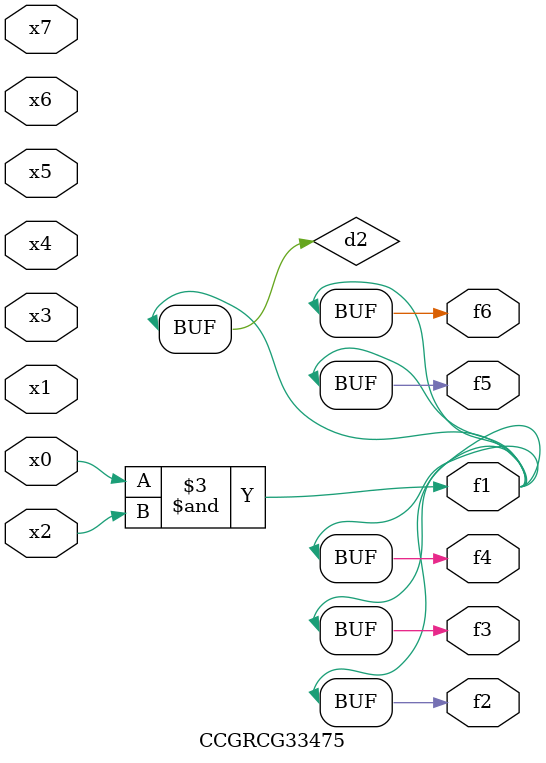
<source format=v>
module CCGRCG33475(
	input x0, x1, x2, x3, x4, x5, x6, x7,
	output f1, f2, f3, f4, f5, f6
);

	wire d1, d2;

	nor (d1, x3, x6);
	and (d2, x0, x2);
	assign f1 = d2;
	assign f2 = d2;
	assign f3 = d2;
	assign f4 = d2;
	assign f5 = d2;
	assign f6 = d2;
endmodule

</source>
